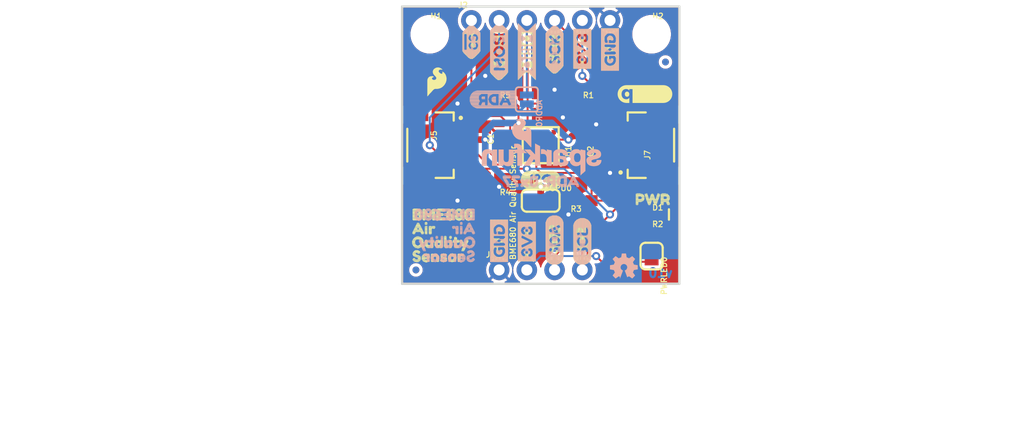
<source format=kicad_pcb>
(kicad_pcb (version 20221018) (generator pcbnew)
  (layers (0 "F.Cu" signal) (31 "B.Cu" signal) (34 "B.Paste" user) (35 "F.Paste" user) (36 "B.SilkS" user "B.Silkscreen") (37 "F.SilkS" user "F.Silkscreen") (38 "B.Mask" user) (39 "F.Mask" user) (44 "Edge.Cuts" user))
  (net 0 "")
  (net 1 "3.3V")
  (net 2 "GND")
  (net 3 "~{CS}")
  (net 4 "SDI/SDA")
  (net 5 "SCK/SCL")
  (net 6 "N$4")
  (net 7 "N$5")
  (net 8 "SDO/ADR")
  (net 9 "N$3")
  (net 10 "N$1")
  (footprint "working:SCK_I" (layer "F.Cu") (at 149.7711 98.5266 90)
    (fp_text reference "U$7" hide)
    (fp_text value "" hide)
  )
  (footprint "working:REVISION" (layer "F.Cu") (at 130.7211 130.4036)
    (fp_text reference "LOGO3" hide)
    (fp_text value "REVISION" hide)
  )
  (footprint "working:0603@1" (layer "F.Cu") (at 144.6911 101.1936)
    (fp_text reference "R5" (at 0 -0.762) (layer "F.SilkS") (effects (font (size 0.512064 0.512064) (thickness 0.097536)) (justify left)))
    (fp_text value "4.7k")
    (pad "1" smd rect (at -0.85 0) (size 1.1 1) (layers "F.Cu" "F.Paste" "F.Mask") (net 3 "~{CS}"))
    (pad "2" smd rect (at 0.85 0) (size 1.1 1) (layers "F.Cu" "F.Paste" "F.Mask") (net 1 "3.3V"))
  )
  (footprint "working:MOSI_I" (layer "F.Cu") (at 144.6911 99.1616 90)
    (fp_text reference "U$5" hide)
    (fp_text value "" hide)
  )
  (footprint "working:0603@1" (layer "F.Cu") (at 144.6911 110.0836)
    (fp_text reference "R4" (at 0 -0.762) (layer "F.SilkS") (effects (font (size 0.512064 0.512064) (thickness 0.097536)) (justify left)))
    (fp_text value "4.7k")
    (pad "1" smd rect (at -0.85 0) (size 1.1 1) (layers "F.Cu" "F.Paste" "F.Mask") (net 5 "SCK/SCL"))
    (pad "2" smd rect (at 0.85 0) (size 1.1 1) (layers "F.Cu" "F.Paste" "F.Mask") (net 7 "N$5"))
  )
  (footprint "working:SDA_IO" (layer "F.Cu") (at 149.7711 116.0526 90)
    (fp_text reference "U$18" hide)
    (fp_text value "" hide)
  )
  (footprint "working:CREATIVE_COMMONS" (layer "F.Cu") (at 119.2911 127.8636)
    (fp_text reference "FRAME1" hide)
    (fp_text value "FRAME-LETTER" hide)
  )
  (footprint "working:SMT-JUMPER_3_2-NC_TRACE_SILK" (layer "F.Cu") (at 148.5011 110.0836)
    (fp_text reference "I2CPU0" (at 0 -1.143) (layer "F.SilkS") (effects (font (size 0.512064 0.512064) (thickness 0.097536)) (justify left)))
    (fp_text value "I2C PU")
    (fp_poly (pts (xy 0.7112 0.13335) (xy -0.7112 0.13335) (xy -0.7112 -0.13335) (xy 0.7112 -0.13335)) (fill solid) (layer "F.Cu"))
    (pad "1" smd rect (at -1.0414 0) (size 0.6604 1.27) (layers "F.Cu" "F.Mask") (net 7 "N$5"))
    (pad "2" smd rect (at 0 0) (size 0.6604 1.27) (layers "F.Cu" "F.Mask") (net 1 "3.3V"))
    (pad "3" smd rect (at 1.0414 0) (size 0.6604 1.27) (layers "F.Cu" "F.Mask") (net 6 "N$4"))
  )
  (footprint "working:MISO_O" (layer "F.Cu") (at 147.2311 99.1616 90)
    (fp_text reference "U$1" hide)
    (fp_text value "" hide)
  )
  (footprint "working:1X04_NO_SILK" (layer "F.Cu") (at 144.6911 116.4336)
    (fp_text reference "J1" (at -1.27 -1.397) (layer "F.SilkS") (effects (font (size 0.512064 0.512064) (thickness 0.097536)) (justify left)))
    (fp_text value "I2C")
    (pad "1" thru_hole circle (at 0 0 90) (size 1.8796 1.8796) (drill 1.016) (layers "*.Cu" "*.Mask") (net 2 "GND"))
    (pad "2" thru_hole circle (at 2.54 0 90) (size 1.8796 1.8796) (drill 1.016) (layers "*.Cu" "*.Mask") (net 1 "3.3V"))
    (pad "3" thru_hole circle (at 5.08 0 90) (size 1.8796 1.8796) (drill 1.016) (layers "*.Cu" "*.Mask") (net 4 "SDI/SDA"))
    (pad "4" thru_hole circle (at 7.62 0 90) (size 1.8796 1.8796) (drill 1.016) (layers "*.Cu" "*.Mask") (net 5 "SCK/SCL"))
  )
  (footprint "working:STAND-OFF-TIGHT" (layer "F.Cu") (at 158.6611 94.8436)
    (fp_text reference "H2" (at 0 -1.651) (layer "F.SilkS") (effects (font (size 0.512064 0.512064) (thickness 0.097536)) (justify left)))
    (fp_text value "STAND-OFFTIGHT")
    (pad "" np_thru_hole circle (at 0 0) (size 3.048 3.048) (drill 3.048) (layers "*.Cu" "*.Mask"))
  )
  (footprint "working:GND_P" (layer "F.Cu") (at 154.8511 98.6536 90)
    (fp_text reference "U$11" hide)
    (fp_text value "" hide)
  )
  (footprint "working:SFE_LOGO_FLAME_.1" (layer "F.Cu") (at 138.9761 99.1616)
    (fp_text reference "LOGO4" hide)
    (fp_text value "SFE_LOGO_FLAME.1_INCH" hide)
  )
  (footprint "working:BME6800" (layer "F.Cu") (at 135.8011 111.3536)
    (fp_text reference "U$22" hide)
    (fp_text value "" hide)
  )
  (footprint "working:3V3_P" (layer "F.Cu") (at 147.2311 116.1796 90)
    (fp_text reference "U$16" hide)
    (fp_text value "" hide)
  )
  (footprint "working:I2C" (layer "F.Cu") (at 146.5961 108.1786)
    (fp_text reference "U$15" hide)
    (fp_text value "" hide)
  )
  (footprint "working:PWR_TO" (layer "F.Cu") (at 156.2481 109.9566)
    (fp_text reference "U$34" hide)
    (fp_text value "" hide)
  )
  (footprint "working:SENSOR3" (layer "F.Cu") (at 135.8011 115.1636)
    (fp_text reference "U$25" hide)
    (fp_text value "" hide)
  )
  (footprint "working:0603" (layer "F.Cu") (at 152.3111 105.0036 -90)
    (fp_text reference "C2" (at 0 -0.762 90) (layer "F.SilkS") (effects (font (size 0.512064 0.512064) (thickness 0.097536)) (justify right)))
    (fp_text value "0.1uF")
    (pad "1" smd rect (at -0.85 0 270) (size 1.1 1) (layers "F.Cu" "F.Paste" "F.Mask") (net 1 "3.3V"))
    (pad "2" smd rect (at 0.85 0 270) (size 1.1 1) (layers "F.Cu" "F.Paste" "F.Mask") (net 2 "GND"))
  )
  (footprint "working:JST04_1MM_RA" (layer "F.Cu") (at 140.8811 105.0036 -90)
    (fp_text reference "J5" (at -1.397 2.159 90) (layer "F.SilkS") (effects (font (size 0.512064 0.512064) (thickness 0.097536)) (justify right)))
    (fp_text value "QWIIC")
    (pad "1" smd rect (at -1.5 0 270) (size 0.6 1.35) (layers "F.Cu" "F.Paste" "F.Mask") (net 2 "GND"))
    (pad "2" smd rect (at -0.5 0 270) (size 0.6 1.35) (layers "F.Cu" "F.Paste" "F.Mask") (net 1 "3.3V"))
    (pad "3" smd rect (at 0.5 0 270) (size 0.6 1.35) (layers "F.Cu" "F.Paste" "F.Mask") (net 4 "SDI/SDA"))
    (pad "4" smd rect (at 1.5 0 270) (size 0.6 1.35) (layers "F.Cu" "F.Paste" "F.Mask") (net 5 "SCK/SCL"))
    (pad "NC1" smd rect (at 2.8 3.675 270) (size 1.2 2) (layers "F.Cu" "F.Paste" "F.Mask"))
    (pad "NC2" smd rect (at -2.8 3.675 270) (size 1.2 2) (layers "F.Cu" "F.Paste" "F.Mask"))
  )
  (footprint "working:FIDUCIAL-MICRO" (layer "F.Cu") (at 137.0711 116.4336)
    (fp_text reference "FD4" hide)
    (fp_text value "FIDUCIALUFIDUCIAL" hide)
    (pad "1" smd roundrect (at 0 0) (size 0.635 0.635) (layers "F.Cu" "F.Mask") (roundrect_rratio 0.5))
  )
  (footprint "working:1X06_NO_SILK" (layer "F.Cu") (at 142.1511 93.5736)
    (fp_text reference "J2" (at -1.27 -1.397) (layer "F.SilkS") (effects (font (size 0.512064 0.512064) (thickness 0.097536)) (justify left)))
    (fp_text value "SPI")
    (pad "1" thru_hole circle (at 0 0 90) (size 1.8796 1.8796) (drill 1.016) (layers "*.Cu" "*.Mask") (net 3 "~{CS}"))
    (pad "2" thru_hole circle (at 2.54 0 90) (size 1.8796 1.8796) (drill 1.016) (layers "*.Cu" "*.Mask") (net 4 "SDI/SDA"))
    (pad "3" thru_hole circle (at 5.08 0 90) (size 1.8796 1.8796) (drill 1.016) (layers "*.Cu" "*.Mask") (net 8 "SDO/ADR"))
    (pad "4" thru_hole circle (at 7.62 0 90) (size 1.8796 1.8796) (drill 1.016) (layers "*.Cu" "*.Mask") (net 5 "SCK/SCL"))
    (pad "5" thru_hole circle (at 10.16 0 90) (size 1.8796 1.8796) (drill 1.016) (layers "*.Cu" "*.Mask") (net 1 "3.3V"))
    (pad "6" thru_hole circle (at 12.7 0 90) (size 1.8796 1.8796) (drill 1.016) (layers "*.Cu" "*.Mask") (net 2 "GND"))
  )
  (footprint "working:AIR1" (layer "F.Cu") (at 135.8011 112.6236)
    (fp_text reference "U$23" hide)
    (fp_text value "" hide)
  )
  (footprint "working:LED-0603" (layer "F.Cu") (at 158.6611 111.3536)
    (fp_text reference "D1" (at 0 -0.635) (layer "F.SilkS") (effects (font (size 0.512064 0.512064) (thickness 0.097536)) (justify left)))
    (fp_text value "RED")
    (pad "A" smd roundrect (at -0.877 0 270) (size 1 1) (layers "F.Cu" "F.Paste" "F.Mask") (roundrect_rratio 0.15) (net 9 "N$3"))
    (pad "C" smd roundrect (at 0.877 0 270) (size 1 1) (layers "F.Cu" "F.Paste" "F.Mask") (roundrect_rratio 0.15) (net 2 "GND"))
  )
  (footprint "working:0603@1" (layer "F.Cu") (at 152.3111 110.0836 180)
    (fp_text reference "R3" (at 0 -0.762) (layer "F.SilkS") (effects (font (size 0.512064 0.512064) (thickness 0.097536)) (justify right)))
    (fp_text value "4.7k")
    (pad "1" smd rect (at -0.85 0 180) (size 1.1 1) (layers "F.Cu" "F.Paste" "F.Mask") (net 4 "SDI/SDA"))
    (pad "2" smd rect (at 0.85 0 180) (size 1.1 1) (layers "F.Cu" "F.Paste" "F.Mask") (net 6 "N$4"))
  )
  (footprint "working:0603@1" (layer "F.Cu") (at 152.3111 101.1936)
    (fp_text reference "R1" (at 0 -0.762) (layer "F.SilkS") (effects (font (size 0.512064 0.512064) (thickness 0.097536)) (justify left)))
    (fp_text value "4.7k")
    (pad "1" smd rect (at -0.85 0) (size 1.1 1) (layers "F.Cu" "F.Paste" "F.Mask") (net 8 "SDO/ADR"))
    (pad "2" smd rect (at 0.85 0) (size 1.1 1) (layers "F.Cu" "F.Paste" "F.Mask") (net 1 "3.3V"))
  )
  (footprint "working:STAND-OFF-TIGHT" (layer "F.Cu") (at 138.3411 94.8436)
    (fp_text reference "H1" (at 0 -1.651) (layer "F.SilkS") (effects (font (size 0.512064 0.512064) (thickness 0.097536)) (justify left)))
    (fp_text value "STAND-OFFTIGHT")
    (pad "" np_thru_hole circle (at 0 0) (size 3.048 3.048) (drill 3.048) (layers "*.Cu" "*.Mask"))
  )
  (footprint "working:JST04_1MM_RA" (layer "F.Cu") (at 156.1211 105.0036 90)
    (fp_text reference "J7" (at -1.397 2.159 90) (layer "F.SilkS") (effects (font (size 0.512064 0.512064) (thickness 0.097536)) (justify left)))
    (fp_text value "QWIIC")
    (pad "1" smd rect (at -1.5 0 90) (size 0.6 1.35) (layers "F.Cu" "F.Paste" "F.Mask") (net 2 "GND"))
    (pad "2" smd rect (at -0.5 0 90) (size 0.6 1.35) (layers "F.Cu" "F.Paste" "F.Mask") (net 1 "3.3V"))
    (pad "3" smd rect (at 0.5 0 90) (size 0.6 1.35) (layers "F.Cu" "F.Paste" "F.Mask") (net 4 "SDI/SDA"))
    (pad "4" smd rect (at 1.5 0 90) (size 0.6 1.35) (layers "F.Cu" "F.Paste" "F.Mask") (net 5 "SCK/SCL"))
    (pad "NC1" smd rect (at 2.8 3.675 90) (size 1.2 2) (layers "F.Cu" "F.Paste" "F.Mask"))
    (pad "NC2" smd rect (at -2.8 3.675 90) (size 1.2 2) (layers "F.Cu" "F.Paste" "F.Mask"))
  )
  (footprint "working:SCL_IO" (layer "F.Cu") (at 152.3111 116.0526 90)
    (fp_text reference "U$20" hide)
    (fp_text value "" hide)
  )
  (footprint "working:GND_P" (layer "F.Cu") (at 144.6911 116.1796 90)
    (fp_text reference "U$14" hide)
    (fp_text value "" hide)
  )
  (footprint "working:0603" (layer "F.Cu") (at 158.6611 113.0046)
    (fp_text reference "R2" (at 0 -0.762) (layer "F.SilkS") (effects (font (size 0.512064 0.512064) (thickness 0.097536)) (justify left)))
    (fp_text value "1k")
    (pad "1" smd rect (at -0.85 0) (size 1.1 1) (layers "F.Cu" "F.Paste" "F.Mask") (net 9 "N$3"))
    (pad "2" smd rect (at 0.85 0) (size 1.1 1) (layers "F.Cu" "F.Paste" "F.Mask") (net 10 "N$1"))
  )
  (footprint "working:QWIIC_5MM" (layer "F.Cu") (at 158.0261 100.3046)
    (fp_text reference "U$32" hide)
    (fp_text value "" hide)
  )
  (footprint "working:FIDUCIAL-MICRO" (layer "F.Cu") (at 159.9311 97.3836)
    (fp_text reference "FD1" hide)
    (fp_text value "FIDUCIALUFIDUCIAL" hide)
    (pad "1" smd roundrect (at 0 0) (size 0.635 0.635) (layers "F.Cu" "F.Mask") (roundrect_rratio 0.5))
  )
  (footprint "working:QUALITY2" (layer "F.Cu") (at 135.8011 113.8936)
    (fp_text reference "U$24" hide)
    (fp_text value "" hide)
  )
  (footprint "working:LGA3.0X3.0" (layer "F.Cu") (at 148.5011 105.0036 -90)
    (fp_text reference "U1" (at 0 -2.54 90) (layer "F.SilkS") (effects (font (size 0.512064 0.512064) (thickness 0.097536)) (justify right)))
    (fp_text value "BME680 Air Quality Sensor" (at 0 2.54 90) (layer "F.SilkS") (effects (font (size 0.512064 0.512064) (thickness 0.097536)) (justify right)))
    (pad "1" smd rect (at 1.2 -1.2 270) (size 0.4 0.4) (layers "F.Cu" "F.Paste" "F.Mask") (net 2 "GND"))
    (pad "2" smd rect (at 1.2 -0.4 270) (size 0.4 0.4) (layers "F.Cu" "F.Paste" "F.Mask") (net 3 "~{CS}"))
    (pad "3" smd rect (at 1.2 0.4 270) (size 0.4 0.4) (layers "F.Cu" "F.Paste" "F.Mask") (net 4 "SDI/SDA"))
    (pad "4" smd rect (at 1.2 1.2 270) (size 0.4 0.4) (layers "F.Cu" "F.Paste" "F.Mask") (net 5 "SCK/SCL"))
    (pad "5" smd rect (at -1.2 1.2 270) (size 0.4 0.4) (layers "F.Cu" "F.Paste" "F.Mask") (net 8 "SDO/ADR"))
    (pad "6" smd rect (at -1.2 0.4 270) (size 0.4 0.4) (layers "F.Cu" "F.Paste" "F.Mask") (net 1 "3.3V"))
    (pad "7" smd rect (at -1.2 -0.4 270) (size 0.4 0.4) (layers "F.Cu" "F.Paste" "F.Mask") (net 2 "GND"))
    (pad "8" smd rect (at -1.2 -1.2 270) (size 0.4 0.4) (layers "F.Cu" "F.Paste" "F.Mask") (net 1 "3.3V"))
  )
  (footprint "working:0603" (layer "F.Cu") (at 144.6911 105.0036 90)
    (fp_text reference "C1" (at 0 -0.762 90) (layer "F.SilkS") (effects (font (size 0.512064 0.512064) (thickness 0.097536)) (justify left)))
    (fp_text value "0.1uF")
    (pad "1" smd rect (at -0.85 0 90) (size 1.1 1) (layers "F.Cu" "F.Paste" "F.Mask") (net 1 "3.3V"))
    (pad "2" smd rect (at 0.85 0 90) (size 1.1 1) (layers "F.Cu" "F.Paste" "F.Mask") (net 2 "GND"))
  )
  (footprint "working:SMT-JUMPER_2_NC_TRACE_SILK" (layer "F.Cu") (at 158.6611 115.1636 -90)
    (fp_text reference "PWRLED0" (at 0 -1.143 90) (layer "F.SilkS") (effects (font (size 0.512064 0.512064) (thickness 0.097536)) (justify right)))
    (fp_text value "JUMPER-SMT_2_NC_TRACE_SILK")
    (fp_poly (pts (xy 0.1905 0.13335) (xy -0.70485 0.13335) (xy -0.70485 -0.13335) (xy 0.1905 -0.13335)) (fill solid) (layer "F.Cu"))
    (pad "1" smd rect (at -0.5207 0 270) (size 0.6604 1.27) (layers "F.Cu" "F.Mask") (net 10 "N$1"))
    (pad "2" smd rect (at 0.5207 0 270) (size 0.6604 1.27) (layers "F.Cu" "F.Mask") (net 1 "3.3V"))
  )
  (footprint "working:!CS_I" (layer "F.Cu") (at 142.1511 97.3836 90)
    (fp_text reference "U$3" hide)
    (fp_text value "" hide)
  )
  (footprint "working:3V3_P" (layer "F.Cu") (at 152.3111 98.5266 90)
    (fp_text reference "U$9" hide)
    (fp_text value "" hide)
  )
  (footprint "working:3V3_P" (layer "B.Cu") (at 147.2311 111.4806 -90)
    (fp_text reference "U$17" hide)
    (fp_text value "" hide)
  )
  (footprint "working:SFE_LOGO_NAME_FLAME_.1" (layer "B.Cu") (at 148.5011 106.2736 180)
    (fp_text reference "LOGO2" hide)
    (fp_text value "SFE_LOGO_NAME_FLAME.1_INCH" hide)
  )
  (footprint "working:ADR4" (layer "B.Cu") (at 146.7231 100.8126 180)
    (fp_text reference "U$30" hide)
    (fp_text value "" hide)
  )
  (footprint "working:MOSI_I" (layer "B.Cu") (at 144.6911 93.7006 -90)
    (fp_text reference "U$6" hide)
    (fp_text value "" hide)
  )
  (footprint "working:QUALITY2" (layer "B.Cu") (at 143.4211 113.8936 180)
    (fp_text reference "U$28" hide)
    (fp_text value "" hide)
  )
  (footprint "working:!CS_I" (layer "B.Cu") (at 142.1511 93.7006 -90)
    (fp_text reference "U$4" hide)
    (fp_text value "" hide)
  )
  (footprint "working:3V3_P" (layer "B.Cu") (at 152.3111 93.8276 -90)
    (fp_text reference "U$10" hide)
    (fp_text value "" hide)
  )
  (footprint "working:SCK_I" (layer "B.Cu") (at 149.7711 93.9546 -90)
    (fp_text reference "U$8" hide)
    (fp_text value "" hide)
  )
  (footprint "working:MISO_O" (layer "B.Cu") (at 147.2311 93.7006 -90)
    (fp_text reference "U$2" hide)
    (fp_text value "" hide)
  )
  (footprint "working:ADR#_0X770" (layer "B.Cu") (at 152.9461 108.3056 180)
    (fp_text reference "U$33" hide)
    (fp_text value "" hide)
  )
  (footprint "working:FIDUCIAL-MICRO" (layer "B.Cu") (at 159.9311 97.3836 180)
    (fp_text reference "FD2" hide)
    (fp_text value "FIDUCIALUFIDUCIAL" hide)
    (pad "1" smd roundrect (at 0 0 180) (size 0.635 0.635) (layers "B.Cu" "B.Mask") (roundrect_rratio 0.5))
  )
  (footprint "working:AIR1" (layer "B.Cu") (at 143.4211 112.6236 180)
    (fp_text reference "U$27" hide)
    (fp_text value "" hide)
  )
  (footprint "working:SENSOR3" (layer "B.Cu") (at 143.4211 115.1636 180)
    (fp_text reference "U$29" hide)
    (fp_text value "" hide)
  )
  (footprint "working:OSHW-LOGO-MINI" (layer "B.Cu") (at 156.1211 116.1796 180)
    (fp_text reference "LOGO1" hide)
    (fp_text value "OSHW-LOGOMINI" hide)
  )
  (footprint "working:GND_P" (layer "B.Cu") (at 144.6911 111.3536 -90)
    (fp_text reference "U$13" hide)
    (fp_text value "" hide)
  )
  (footprint "working:FIDUCIAL-MICRO" (layer "B.Cu") (at 137.0711 116.4336 180)
    (fp_text reference "FD3" hide)
    (fp_text value "FIDUCIALUFIDUCIAL" hide)
    (pad "1" smd roundrect (at 0 0 180) (size 0.635 0.635) (layers "B.Cu" "B.Mask") (roundrect_rratio 0.5))
  )
  (footprint "working:BME6800" (layer "B.Cu") (at 143.4211 111.3536 180)
    (fp_text reference "U$26" hide)
    (fp_text value "" hide)
  )
  (footprint "working:SMT-JUMPER_2_NO_SILK" (layer "B.Cu") (at 147.2311 100.8126 90)
    (fp_text reference "ADDR0" (at 0 1.143 90) (layer "B.SilkS") (effects (font (size 0.512064 0.512064) (thickness 0.097536)) (justify left mirror)))
    (fp_text value "JUMPER-SMT_2_NO_SILK")
    (pad "1" smd rect (at -0.4064 0 90) (size 0.635 1.27) (layers "B.Cu" "B.Mask") (net 2 "GND"))
    (pad "2" smd rect (at 0.4064 0 90) (size 0.635 1.27) (layers "B.Cu" "B.Mask") (net 8 "SDO/ADR"))
  )
  (footprint "working:GND_P" (layer "B.Cu") (at 154.8511 93.8276 -90)
    (fp_text reference "U$12" hide)
    (fp_text value "" hide)
  )
  (footprint "working:SDA_IO" (layer "B.Cu") (at 149.7711 111.3536 -90)
    (fp_text reference "U$19" hide)
    (fp_text value "" hide)
  )
  (footprint "working:SCL_IO" (layer "B.Cu") (at 152.3111 111.6076 -90)
    (fp_text reference "U$21" hide)
    (fp_text value "" hide)
  )
  (gr_line (start 161.2011 92.3036) (end 135.8011 92.3036) (stroke (width 0.2032)) (layer "Edge.Cuts"))
  (gr_line (start 135.8011 92.3036) (end 135.8011 117.7036) (stroke (width 0.2032)) (layer "Edge.Cuts"))
  (gr_line (start 135.8011 117.7036) (end 161.2011 117.7036) (stroke (width 0.2032)) (layer "Edge.Cuts"))
  (gr_line (start 161.2011 117.7036) (end 161.2011 92.3036) (stroke (width 0.2032)) (layer "Edge.Cuts"))
  (gr_text "v10" (at 160.6931 117.1956) (layer "B.Cu") (effects (font (size 0.8128 0.8128) (thickness 0.2032)) (justify left bottom mirror)))
  (segment (start 148.1201 103.8226) (end 148.1201 104.4956) (width 0.1778) (layer "F.Cu") (net 1))
  (segment (start 153.1611 101.1936) (end 153.1611 102.3756) (width 0.1778) (layer "F.Cu") (net 1))
  (segment (start 143.4211 105.2576) (end 143.4211 104.4956) (width 0.1778) (layer "F.Cu") (net 1))
  (segment (start 158.6611 115.6843) (end 154.1018 115.6843) (width 0.1778) (layer "F.Cu") (net 1))
  (segment (start 143.4211 105.2576) (end 144.0171 105.8536) (width 0.1778) (layer "F.Cu") (net 1))
  (segment (start 146.8501 104.4956) (end 146.4691 104.1146) (width 0.1778) (layer "F.Cu") (net 1))
  (segment (start 154.1018 115.6843) (end 153.5811 115.1636) (width 0.1778) (layer "F.Cu") (net 1))
  (segment (start 151.3831 104.1536) (end 151.0411 104.4956) (width 0.6096) (layer "F.Cu") (net 1))
  (segment (start 152.3111 104.1536) (end 152.3111 103.2256) (width 0.1778) (layer "F.Cu") (net 1))
  (segment (start 151.3831 104.1536) (end 152.3111 104.1536) (width 0.6096) (layer "F.Cu") (net 1))
  (segment (start 153.1611 99.5036) (end 152.3111 98.6536) (width 0.1778) (layer "F.Cu") (net 1))
  (segment (start 152.3111 104.1536) (end 153.2391 104.1536) (width 0.6096) (layer "F.Cu") (net 1))
  (segment (start 146.4691 101.4476) (end 146.2151 101.1936) (width 0.1778) (layer "F.Cu") (net 1))
  (segment (start 148.5011 110.0836) (end 148.5011 112.6236) (width 0.6096) (layer "F.Cu") (net 1))
  (segment (start 148.5011 110.0836) (end 148.5011 108.8136) (width 0.6096) (layer "F.Cu") (net 1))
  (segment (start 151.0411 104.4956) (end 149.6441 104.4956) (width 0.1778) (layer "F.Cu") (net 1))
  (segment (start 148.1201 104.4956) (end 149.6441 104.4956) (width 0.1778) (layer "F.Cu") (net 1))
  (segment (start 144.0171 105.8536) (end 144.6911 105.8536) (width 0.1778) (layer "F.Cu") (net 1))
  (segment (start 148.1011 103.8036) (end 148.1201 103.8226) (width 0.1778) (layer "F.Cu") (net 1))
  (segment (start 146.8501 104.4956) (end 148.1201 104.4956) (width 0.1778) (layer "F.Cu") (net 1))
  (segment (start 152.3111 103.2256) (end 153.1611 102.3756) (width 0.1778) (layer "F.Cu") (net 1))
  (segment (start 154.5891 105.5036) (end 153.2391 104.1536) (width 0.6096) (layer "F.Cu") (net 1))
  (segment (start 148.5011 112.6236) (end 147.2311 113.8936) (width 0.6096) (layer "F.Cu") (net 1))
  (segment (start 147.2311 113.8936) (end 147.2311 116.4336) (width 0.6096) (layer "F.Cu") (net 1))
  (segment (start 153.1611 101.1936) (end 153.1611 99.5036) (width 0.1778) (layer "F.Cu") (net 1))
  (segment (start 140.8891 104.4956) (end 140.8811 104.5036) (width 0.1778) (layer "F.Cu") (net 1))
  (segment (start 145.5411 101.1936) (end 146.2151 101.1936) (width 0.1778) (layer "F.Cu") (net 1))
  (segment (start 146.4691 101.4476) (end 146.4691 102.9716) (width 0.1778) (layer "F.Cu") (net 1))
  (segment (start 143.4211 104.4956) (end 140.8891 104.4956) (width 0.6096) (layer "F.Cu") (net 1))
  (segment (start 156.1211 105.5036) (end 154.5891 105.5036) (width 0.6096) (layer "F.Cu") (net 1))
  (segment (start 149.7011 103.8036) (end 149.7011 104.4386) (width 0.1778) (layer "F.Cu") (net 1))
  (segment (start 146.4691 104.1146) (end 146.4691 102.9716) (width 0.1778) (layer "F.Cu") (net 1))
  (segment (start 149.7011 104.4386) (end 149.6441 104.4956) (width 0.1778) (layer "F.Cu") (net 1))
  (via (at 151.0411 104.4956) (size 0.7366) (drill 0.381) (layers "F.Cu" "B.Cu") (net 1))
  (via (at 152.3111 98.6536) (size 0.7366) (drill 0.381) (layers "F.Cu" "B.Cu") (net 1))
  (via (at 143.4211 104.4956) (size 0.7366) (drill 0.381) (layers "F.Cu" "B.Cu") (net 1))
  (via (at 146.4691 102.9716) (size 0.7366) (drill 0.381) (layers "F.Cu" "B.Cu") (net 1))
  (via (at 148.5011 108.8136) (size 0.7366) (drill 0.381) (layers "F.Cu" "B.Cu") (net 1))
  (via (at 153.5811 115.1636) (size 0.7366) (drill 0.381) (layers "F.Cu" "B.Cu") (net 1))
  (segment (start 148.5011 108.8136) (end 145.9611 108.8136) (width 0.6096) (layer "B.Cu") (net 1))
  (segment (start 143.4211 103.7336) (end 143.4211 104.4956) (width 0.6096) (layer "B.Cu") (net 1))
  (segment (start 153.5811 115.1636) (end 148.5011 115.1636) (width 0.1778) (layer "B.Cu") (net 1))
  (segment (start 151.032068 104.4956) (end 151.0411 104.4956) (width 0.1778) (layer "B.Cu") (net 1))
  (segment (start 143.4211 106.2736) (end 145.9611 108.8136) (width 0.6096) (layer "B.Cu") (net 1))
  (segment (start 151.032068 104.4956) (end 149.508068 102.9716) (width 0.6096) (layer "B.Cu") (net 1))
  (segment (start 143.4211 104.4956) (end 143.4211 106.2736) (width 0.6096) (layer "B.Cu") (net 1))
  (segment (start 148.5011 115.1636) (end 147.2311 116.4336) (width 0.1778) (layer "B.Cu") (net 1))
  (segment (start 152.3111 93.5736) (end 152.3111 98.6536) (width 0.1778) (layer "B.Cu") (net 1))
  (segment (start 146.4691 102.9716) (end 144.1831 102.9716) (width 0.6096) (layer "B.Cu") (net 1))
  (segment (start 144.1831 102.9716) (end 143.4211 103.7336) (width 0.6096) (layer "B.Cu") (net 1))
  (segment (start 146.4691 102.9716) (end 149.508068 102.9716) (width 0.6096) (layer "B.Cu") (net 1))
  (via (at 144.6911 108.8136) (size 0.7366) (drill 0.381) (layers "F.Cu" "B.Cu") (net 2))
  (via (at 153.5811 103.0986) (size 0.7366) (drill 0.381) (layers "F.Cu" "B.Cu") (net 2))
  (via (at 154.8511 107.5436) (size 0.7366) (drill 0.381) (layers "F.Cu" "B.Cu") (net 2))
  (via (at 149.7711 99.9236) (size 0.7366) (drill 0.381) (layers "F.Cu" "B.Cu") (net 2))
  (via (at 150.5331 102.4636) (size 0.7366) (drill 0.381) (layers "F.Cu" "B.Cu") (net 2))
  (via (at 151.0411 106.2736) (size 0.7366) (drill 0.381) (layers "F.Cu" "B.Cu") (net 2))
  (via (at 143.4211 98.6536) (size 0.7366) (drill 0.381) (layers "F.Cu" "B.Cu") (net 2))
  (via (at 140.8811 110.0836) (size 0.7366) (drill 0.381) (layers "F.Cu" "B.Cu") (net 2))
  (via (at 140.8811 101.1936) (size 0.7366) (drill 0.381) (layers "F.Cu" "B.Cu") (net 2))
  (via (at 151.0411 111.3536) (size 0.7366) (drill 0.381) (layers "F.Cu" "B.Cu") (net 2))
  (segment (start 148.9011 106.2036) (end 148.9011 105.7846) (width 0.1778) (layer "F.Cu") (net 3))
  (segment (start 148.1201 105.0036) (end 146.2151 105.0036) (width 0.1778) (layer "F.Cu") (net 3))
  (segment (start 144.8181 102.3366) (end 142.7861 102.3366) (width 0.1778) (layer "F.Cu") (net 3))
  (segment (start 146.2151 105.0036) (end 145.7071 104.4956) (width 0.1778) (layer "F.Cu") (net 3))
  (segment (start 145.7071 104.4956) (end 145.7071 103.2256) (width 0.1778) (layer "F.Cu") (net 3))
  (segment (start 142.1511 101.7016) (end 142.1511 101.1936) (width 0.1778) (layer "F.Cu") (net 3))
  (segment (start 145.7071 103.2256) (end 144.8181 102.3366) (width 0.1778) (layer "F.Cu") (net 3))
  (segment (start 142.1511 101.1936) (end 142.1511 93.5736) (width 0.1778) (layer "F.Cu") (net 3))
  (segment (start 143.8411 101.1936) (end 142.1511 101.1936) (width 0.1778) (layer "F.Cu") (net 3))
  (segment (start 148.9011 105.7846) (end 148.1201 105.0036) (width 0.1778) (layer "F.Cu") (net 3))
  (segment (start 142.7861 102.3366) (end 142.1511 101.7016) (width 0.1778) (layer "F.Cu") (net 3))
  (segment (start 138.8411 105.5036) (end 138.3411 105.0036) (width 0.1778) (layer "F.Cu") (net 4))
  (segment (start 146.5961 105.3846) (end 146.2151 105.7656) (width 0.1778) (layer "F.Cu") (net 4))
  (segment (start 140.8811 105.5036) (end 138.8411 105.5036) (width 0.1778) (layer "F.Cu") (net 4))
  (segment (start 140.8811 105.5036) (end 142.3971 105.5036) (width 0.1778) (layer "F.Cu") (net 4))
  (segment (start 143.6751 106.7816) (end 145.5801 106.7816) (width 0.1778) (layer "F.Cu") (net 4))
  (segment (start 153.1611 108.3936) (end 152.3111 107.5436) (width 0.1778) (layer "F.Cu") (net 4))
  (segment (start 156.1211 104.5036) (end 156.8911 104.5036) (width 0.1778) (layer "F.Cu") (net 4))
  (segment (start 153.1611 110.0836) (end 153.1611 111.7736) (width 0.1778) (layer "F.Cu") (net 4))
  (segment (start 148.1011 105.6196) (end 147.8661 105.3846) (width 0.1778) (layer "F.Cu") (net 4))
  (segment (start 147.8661 105.3846) (end 146.5961 105.3846) (width 0.1778) (layer "F.Cu") (net 4))
  (segment (start 148.5011 107.5436) (end 148.1011 107.1436) (width 0.1778) (layer "F.Cu") (net 4))
  (segment (start 157.2641 104.8766) (end 157.2641 107.6706) (width 0.1778) (layer "F.Cu") (net 4))
  (segment (start 154.8511 110.0836) (end 153.1611 110.0836) (width 0.1778) (layer "F.Cu") (net 4))
  (segment (start 156.8911 104.5036) (end 157.2641 104.8766) (width 0.1778) (layer "F.Cu") (net 4))
  (segment (start 157.2641 107.6706) (end 154.8511 110.0836) (width 0.1778) (layer "F.Cu") (net 4))
  (segment (start 148.1011 106.2036) (end 148.1011 105.6196) (width 0.1778) (layer "F.Cu") (net 4))
  (segment (start 142.3971 105.5036) (end 143.6751 106.7816) (width 0.1778) (layer "F.Cu") (net 4))
  (segment (start 149.7711 115.1636) (end 149.7711 116.4336) (width 0.1778) (layer "F.Cu") (net 4))
  (segment (start 153.1611 111.7736) (end 149.7711 115.1636) (width 0.1778) (layer "F.Cu") (net 4))
  (segment (start 146.2151 105.7656) (end 146.2151 106.1466) (width 0.1778) (layer "F.Cu") (net 4))
  (segment (start 153.1611 110.0836) (end 153.1611 108.3936) (width 0.1778) (layer "F.Cu") (net 4))
  (segment (start 152.3111 107.5436) (end 148.5011 107.5436) (width 0.1778) (layer "F.Cu") (net 4))
  (segment (start 148.1011 107.1436) (end 148.1011 106.2036) (width 0.1778) (layer "F.Cu") (net 4))
  (segment (start 145.5801 106.7816) (end 146.2151 106.1466) (width 0.1778) (layer "F.Cu") (net 4))
  (via (at 138.3411 105.0036) (size 0.7366) (drill 0.381) (layers "F.Cu" "B.Cu") (net 4))
  (segment (start 144.6911 93.5736) (end 144.6911 96.1136) (width 0.1778) (layer "B.Cu") (net 4))
  (segment (start 144.6911 96.1136) (end 138.3411 102.4636) (width 0.1778) (layer "B.Cu") (net 4))
  (segment (start 138.3411 102.4636) (end 138.3411 105.0036) (width 0.1778) (layer "B.Cu") (net 4))
  (segment (start 154.8511 111.3536) (end 152.3111 113.8936) (width 0.1778) (layer "F.Cu") (net 5))
  (segment (start 155.1291 103.5036) (end 154.8511 103.2256) (width 0.1778) (layer "F.Cu") (net 5))
  (segment (start 143.8411 107.5826) (end 143.8021 107.5436) (width 0.1778) (layer "F.Cu") (net 5))
  (segment (start 157.1611 103.5036) (end 157.7721 104.1146) (width 0.1778) (layer "F.Cu") (net 5))
  (segment (start 143.8021 107.5436) (end 143.4211 107.1626) (width 0.1778) (layer "F.Cu") (net 5))
  (segment (start 156.1211 103.5036) (end 157.1611 103.5036) (width 0.1778) (layer "F.Cu") (net 5))
  (segment (start 143.4211 107.5436) (end 143.8021 107.5436) (width 0.1778) (layer "F.Cu") (net 5))
  (segment (start 142.3811 106.5036) (end 143.4211 107.5436) (width 0.1778) (layer "F.Cu") (net 5))
  (segment (start 157.7721 108.4326) (end 154.8511 111.3536) (width 0.1778) (layer "F.Cu") (net 5))
  (segment (start 143.4211 107.1626) (end 147.2311 107.1626) (width 0.1778) (layer "F.Cu") (net 5))
  (segment (start 147.3011 106.2036) (end 147.3011 107.1626) (width 0.1778) (layer "F.Cu") (net 5))
  (segment (start 156.1211 103.5036) (end 155.1291 103.5036) (width 0.1778) (layer "F.Cu") (net 5))
  (segment (start 154.8511 98.6536) (end 149.7711 93.5736) (width 0.1778) (layer "F.Cu") (net 5))
  (segment (start 154.8511 103.2256) (end 154.8511 98.6536) (width 0.1778) (layer "F.Cu") (net 5))
  (segment (start 152.3111 113.8936) (end 152.3111 116.4336) (width 0.1778) (layer "F.Cu") (net 5))
  (segment (start 147.3011 107.1626) (end 147.2311 107.1626) (width 0.1778) (layer "F.Cu") (net 5))
  (segment (start 140.8811 106.5036) (end 142.3811 106.5036) (width 0.1778) (layer "F.Cu") (net 5))
  (segment (start 143.8411 110.0836) (end 143.8411 107.5826) (width 0.1778) (layer "F.Cu") (net 5))
  (segment (start 157.7721 104.1146) (end 157.7721 108.4326) (width 0.1778) (layer "F.Cu") (net 5))
  (via (at 154.8511 111.3536) (size 0.7366) (drill 0.381) (layers "F.Cu" "B.Cu") (net 5))
  (via (at 147.2311 107.1626) (size 0.7366) (drill 0.381) (layers "F.Cu" "B.Cu") (net 5))
  (segment (start 150.6601 107.1626) (end 154.8511 111.3536) (width 0.1778) (layer "B.Cu") (net 5))
  (segment (start 147.2311 107.1626) (end 150.6601 107.1626) (width 0.1778) (layer "B.Cu") (net 5))
  (segment (start 149.5425 110.0836) (end 151.4611 110.0836) (width 0.1778) (layer "F.Cu") (net 6))
  (segment (start 145.5411 110.0836) (end 147.4597 110.0836) (width 0.1778) (layer "F.Cu") (net 7))
  (segment (start 147.2311 93.5736) (end 147.2311 97.3836) (width 0.1778) (layer "F.Cu") (net 8))
  (segment (start 151.4611 101.1936) (end 147.3011 101.1936) (width 0.1778) (layer "F.Cu") (net 8))
  (segment (start 147.3011 97.4536) (end 147.2311 97.3836) (width 0.1778) (layer "F.Cu") (net 8))
  (segment (start 147.3011 101.1936) (end 147.3011 97.4536) (width 0.1778) (layer "F.Cu") (net 8))
  (segment (start 147.3011 103.8036) (end 147.3011 101.1936) (width 0.1778) (layer "F.Cu") (net 8))
  (segment (start 147.2311 100.4062) (end 147.2311 93.5736) (width 0.1778) (layer "B.Cu") (net 8))
  (segment (start 157.7841 112.9776) (end 157.8111 113.0046) (width 0.1778) (layer "F.Cu") (net 9))
  (segment (start 157.7841 111.3536) (end 157.7841 112.9776) (width 0.1778) (layer "F.Cu") (net 9))
  (segment (start 159.5111 113.0309) (end 158.6611 113.8809) (width 0.1778) (layer "F.Cu") (net 10))
  (segment (start 159.5111 113.0046) (end 159.5111 113.0309) (width 0.1778) (layer "F.Cu") (net 10))
  (segment (start 158.6611 113.8809) (end 158.6611 114.6429) (width 0.1778) (layer "F.Cu") (net 10))
  (zone (net 2) (net_name "GND") (layer "F.Cu") (priority 6) (connect_pads (clearance 0.3048)) (min_thickness 0.1016) (fill yes (thermal_gap 0.2532) (thermal_bridge_width 0.2532))
    (polygon (pts (xy 161.3027 117.8052) (xy 135.6995 117.8052) (xy 135.6995 92.202) (xy 161.3027 92.202)))
  )
  (zone (net 2) (net_name "GND") (layer "B.Cu") (priority 6) (connect_pads (clearance 0.3048)) (min_thickness 0.1016) (fill yes (thermal_gap 0.2532) (thermal_bridge_width 0.2532))
    (polygon (pts (xy 161.3027 117.8052) (xy 135.6995 117.8052) (xy 135.6995 92.202) (xy 161.3027 92.202)))
  )
)
</source>
